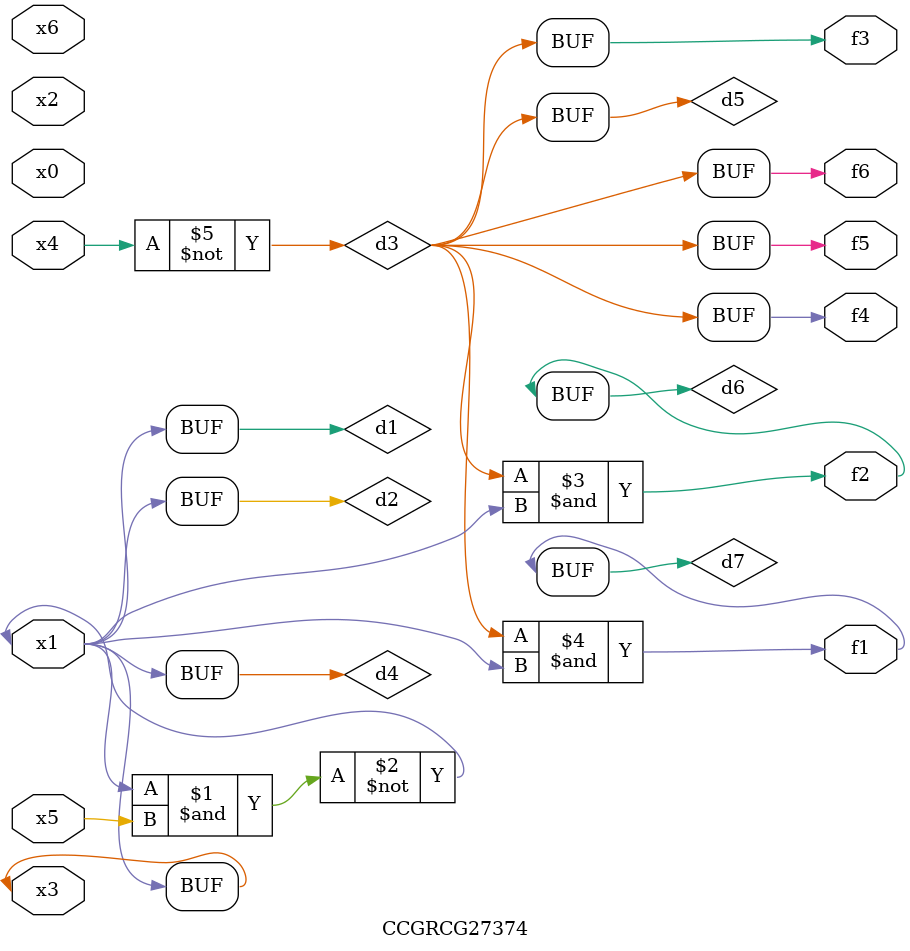
<source format=v>
module CCGRCG27374(
	input x0, x1, x2, x3, x4, x5, x6,
	output f1, f2, f3, f4, f5, f6
);

	wire d1, d2, d3, d4, d5, d6, d7;

	buf (d1, x1, x3);
	nand (d2, x1, x5);
	not (d3, x4);
	buf (d4, d1, d2);
	buf (d5, d3);
	and (d6, d3, d4);
	and (d7, d3, d4);
	assign f1 = d7;
	assign f2 = d6;
	assign f3 = d5;
	assign f4 = d5;
	assign f5 = d5;
	assign f6 = d5;
endmodule

</source>
